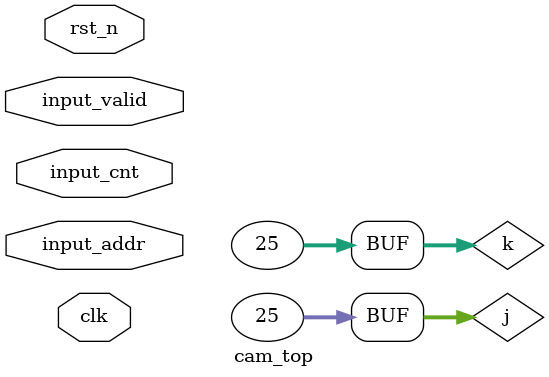
<source format=sv>
module cam_top
#(
  parameter NUM_ENTRY = 25,
  parameter INDEX_SIZE = 5, // $clog2(NUM_ENTRY)
  parameter ADDR_SIZE = 22,
  parameter CNT_SIZE = 32
)
(
  input                        clk,
  input                        rst_n,

  input                        input_valid,
  input        [ADDR_SIZE-1:0] input_addr,
  input        [CNT_SIZE-1:0]  input_cnt
);
  
  /////////////////////////////////////////////////////////////
  genvar i;
  integer j, k;

  logic        [ADDR_SIZE-1:0]  addr;
  logic        [CNT_SIZE-1:0]   cnt;

  logic                         hit;
  logic        [INDEX_SIZE-1:0] hit_index, hit_index_wire; 
  logic        [INDEX_SIZE-1:0] insert_index; 

  logic        [ADDR_SIZE-1:0]  addr_array [0:NUM_ENTRY-1]; 
  logic        [CNT_SIZE-1:0]   cnt_array [0:NUM_ENTRY-1];

  logic                         cnt_search_result [0:NUM_ENTRY-1]; 
  
  // Parameters for FSM states
  localparam STATE_IDLE  				= 3'd0;
  localparam STATE_REQ  				= 3'd1;
  localparam STATE_HIT   	      = 3'd2;
  localparam STATE_MISS  				= 3'd3;

  logic        [2:0]            state, next_state;

  /////////////////////////////////////////////////////////////
  // State transition
  always_comb begin
    next_state = STATE_IDLE;
    case(state)
      STATE_IDLE: begin
        if (input_valid) begin
          next_state = STATE_REQ;
        end
      end
      STATE_REQ: begin
        if (hit) begin
          next_state = STATE_HIT;
        end
        else begin
          next_state = STATE_MISS;
        end
      end
      STATE_HIT: begin
        if (input_valid) begin
          next_state = STATE_REQ;
        end
      end
      STATE_MISS: begin
        if (input_valid) begin
          next_state = STATE_REQ;
        end
      end
      default:;
    endcase 
  end

  always_ff @ (posedge clk or negedge rst_n) begin
    if (!rst_n) begin
      state <= 3'b0;
    end
    else begin
      state <= next_state;
    end
  end

  /////////////////////////////////////////////////////////////
  // input addr, cnt capture
  always_ff @ (posedge clk or negedge rst_n) begin
    if (!rst_n) begin
      addr <= 3'b0;
      cnt <= 3'b0;
    end
    else if (input_valid && ((state == STATE_IDLE) || (state == STATE_HIT) || (state == STATE_MISS))) begin
      addr <= input_addr;
      cnt <= input_cnt;
    end
    else begin
      addr <= addr;
      cnt <= cnt;
    end
  end

  /////////////////////////////////////////////////////////////
  // addr, cnt table update
  generate
    for (i = 0; i < NUM_ENTRY; i++) begin
      always_ff @ (posedge clk or negedge rst_n) begin
        if (!rst_n) begin
          addr_array[i] <= {ADDR_SIZE{1'b0}};
          cnt_array[i] <= {CNT_SIZE{1'b0}};
        end

        else if (state == STATE_HIT) begin
          if ((insert_index < hit_index) && (insert_index != NUM_ENTRY)) begin // Prevent updates to lower counts
            if (i == insert_index) begin                                       // What doesn't happen in a full system 
              addr_array[i] <= addr;                                           // include CM-sketch
              cnt_array[i] <= cnt;  
            end
            else if ((i > insert_index) && (i <= hit_index)) begin
              addr_array[i] <= addr_array[i-1];
              cnt_array[i] <= cnt_array[i-1];
            end
            else begin
              addr_array[i] <= addr_array[i];
              cnt_array[i] <= cnt_array[i];
            end
          end
          else if (insert_index == hit_index) begin
            if (i == insert_index) begin
              addr_array[i] <= addr;
              cnt_array[i] <= cnt; 
            end
            else begin
              addr_array[i] <= addr_array[i];
              cnt_array[i] <= cnt_array[i];
            end
          end
          else begin
            addr_array[i] <= addr_array[i];
            cnt_array[i] <= cnt_array[i];
          end
        end 

        else if ((state == STATE_MISS) && (insert_index != NUM_ENTRY)) begin
          if (i == insert_index) begin
            addr_array[i] <= addr;
            cnt_array[i] <= cnt;            
          end
          else if (i > insert_index) begin
            addr_array[i] <= addr_array[i-1];
            cnt_array[i] <= cnt_array[i-1];
          end
          else begin
            addr_array[i] <= addr_array[i];
            cnt_array[i] <= cnt_array[i];
          end
        end
        else begin
          addr_array[i] <= addr_array[i];
          cnt_array[i] <= cnt_array[i];
        end
      end
    end
  endgenerate

  /////////////////////////////////////////////////////////////
  // addr CAM search
  always_comb begin
    hit = 1'b0;
    hit_index_wire = {INDEX_SIZE{1'b0}};
    for (j = 0; j < NUM_ENTRY; j++) begin
      if ((addr_array[j] == addr)) begin
        hit = 1'b1;
        hit_index_wire = j;
      end
    end
  end

  always_ff @(posedge clk or negedge rst_n) begin
    if (!rst_n) begin
      hit_index <= {INDEX_SIZE{1'b0}};
    end
    else if (state == STATE_REQ) begin
      hit_index <= hit_index_wire;
    end
    else begin
      hit_index <= {INDEX_SIZE{1'b0}};
    end
  end

  // count CAM search
  generate
    for (i = 0; i < NUM_ENTRY; i++) begin
      always_ff @(posedge clk or negedge rst_n) begin
        if (!rst_n) begin
          cnt_search_result[i] <= 0;
        end
        else if (state == STATE_REQ) begin
          cnt_search_result[i] <= (cnt > cnt_array[i]);
        end
        else begin
          cnt_search_result[i] <= 1'b0;
        end
      end
    end
  endgenerate

  always_comb begin
    insert_index = NUM_ENTRY;
    for(k = 0; k < NUM_ENTRY; k++) begin
      insert_index -= cnt_search_result[k];
    end  
  end

  /////////////////////////////////////////////////////////////

endmodule



</source>
